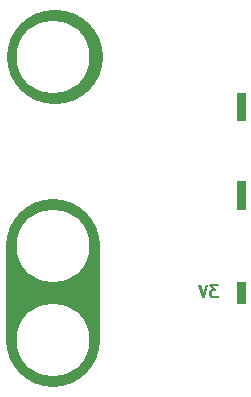
<source format=gbo>
%TF.GenerationSoftware,KiCad,Pcbnew,5.0.0-fee4fd1~66~ubuntu16.04.1*%
%TF.CreationDate,2018-09-25T10:59:32-07:00*%
%TF.ProjectId,3x4-CR2032-Coin-Cell-Magnet,3378342D4352323033322D436F696E2D,v1.2*%
%TF.SameCoordinates,Original*%
%TF.FileFunction,Legend,Bot*%
%TF.FilePolarity,Positive*%
%FSLAX46Y46*%
G04 Gerber Fmt 4.6, Leading zero omitted, Abs format (unit mm)*
G04 Created by KiCad (PCBNEW 5.0.0-fee4fd1~66~ubuntu16.04.1) date Tue Sep 25 10:59:32 2018*
%MOMM*%
%LPD*%
G01*
G04 APERTURE LIST*
%ADD10C,0.762000*%
%ADD11C,8.000000*%
%ADD12C,0.150000*%
%ADD13C,6.152400*%
%ADD14C,5.132400*%
G04 APERTURE END LIST*
D10*
X37669800Y-73381400D02*
X37669800Y-49381400D01*
D11*
X21769800Y-65431400D02*
X21769800Y-73431400D01*
X21869800Y-49431400D02*
X21969800Y-49431400D01*
D12*
X35731704Y-68783780D02*
X35112657Y-68783780D01*
X35445990Y-69164733D01*
X35303133Y-69164733D01*
X35207895Y-69212352D01*
X35160276Y-69259971D01*
X35112657Y-69355209D01*
X35112657Y-69593304D01*
X35160276Y-69688542D01*
X35207895Y-69736161D01*
X35303133Y-69783780D01*
X35588847Y-69783780D01*
X35684085Y-69736161D01*
X35731704Y-69688542D01*
X34826942Y-68783780D02*
X34493609Y-69783780D01*
X34160276Y-68783780D01*
X35681704Y-68783780D02*
X35062657Y-68783780D01*
X35395990Y-69164733D01*
X35253133Y-69164733D01*
X35157895Y-69212352D01*
X35110276Y-69259971D01*
X35062657Y-69355209D01*
X35062657Y-69593304D01*
X35110276Y-69688542D01*
X35157895Y-69736161D01*
X35253133Y-69783780D01*
X35538847Y-69783780D01*
X35634085Y-69736161D01*
X35681704Y-69688542D01*
X34776942Y-68783780D02*
X34443609Y-69783780D01*
X34110276Y-68783780D01*
%LPC*%
D13*
X37769800Y-73431400D03*
X21769800Y-73431400D03*
X37769800Y-65431400D03*
D14*
X29769800Y-65431400D03*
D13*
X21769800Y-65431400D03*
X37769800Y-49431400D03*
D14*
X29769800Y-49431400D03*
D13*
X21769800Y-49431400D03*
D14*
X37769800Y-57431400D03*
X21769800Y-57431400D03*
X29769800Y-57431400D03*
M02*

</source>
